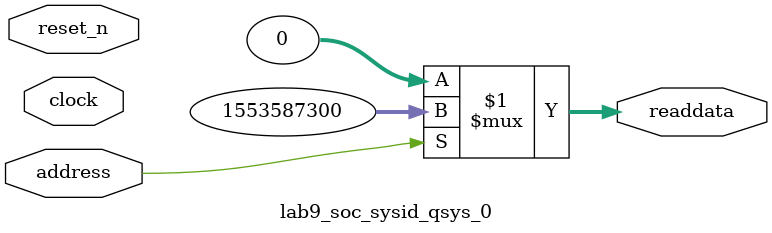
<source format=v>



// synthesis translate_off
`timescale 1ns / 1ps
// synthesis translate_on

// turn off superfluous verilog processor warnings 
// altera message_level Level1 
// altera message_off 10034 10035 10036 10037 10230 10240 10030 

module lab9_soc_sysid_qsys_0 (
               // inputs:
                address,
                clock,
                reset_n,

               // outputs:
                readdata
             )
;

  output  [ 31: 0] readdata;
  input            address;
  input            clock;
  input            reset_n;

  wire    [ 31: 0] readdata;
  //control_slave, which is an e_avalon_slave
  assign readdata = address ? 1553587300 : 0;

endmodule



</source>
